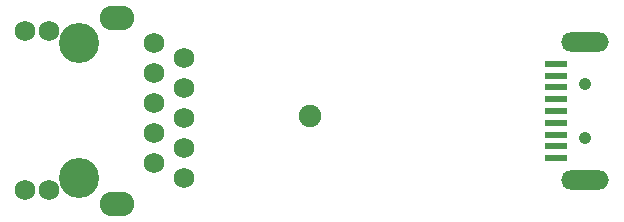
<source format=gbr>
%TF.GenerationSoftware,KiCad,Pcbnew,7.0.9-7.0.9~ubuntu22.04.1*%
%TF.CreationDate,2024-01-19T15:32:03+02:00*%
%TF.ProjectId,USB-GIGABIT_Rev_D,5553422d-4749-4474-9142-49545f526576,rev?*%
%TF.SameCoordinates,PX3473bc0PY4bd12e0*%
%TF.FileFunction,Soldermask,Bot*%
%TF.FilePolarity,Negative*%
%FSLAX46Y46*%
G04 Gerber Fmt 4.6, Leading zero omitted, Abs format (unit mm)*
G04 Created by KiCad (PCBNEW 7.0.9-7.0.9~ubuntu22.04.1) date 2024-01-19 15:32:03*
%MOMM*%
%LPD*%
G01*
G04 APERTURE LIST*
G04 Aperture macros list*
%AMRoundRect*
0 Rectangle with rounded corners*
0 $1 Rounding radius*
0 $2 $3 $4 $5 $6 $7 $8 $9 X,Y pos of 4 corners*
0 Add a 4 corners polygon primitive as box body*
4,1,4,$2,$3,$4,$5,$6,$7,$8,$9,$2,$3,0*
0 Add four circle primitives for the rounded corners*
1,1,$1+$1,$2,$3*
1,1,$1+$1,$4,$5*
1,1,$1+$1,$6,$7*
1,1,$1+$1,$8,$9*
0 Add four rect primitives between the rounded corners*
20,1,$1+$1,$2,$3,$4,$5,0*
20,1,$1+$1,$4,$5,$6,$7,0*
20,1,$1+$1,$6,$7,$8,$9,0*
20,1,$1+$1,$8,$9,$2,$3,0*%
G04 Aperture macros list end*
%ADD10RoundRect,0.020000X-0.900000X0.250000X-0.900000X-0.250000X0.900000X-0.250000X0.900000X0.250000X0*%
%ADD11O,4.040000X1.640000*%
%ADD12C,1.040000*%
%ADD13C,3.401600*%
%ADD14C,1.751600*%
%ADD15O,2.901600X2.101600*%
%ADD16C,1.901600*%
G04 APERTURE END LIST*
D10*
X46700000Y5500000D03*
X46700000Y7500000D03*
X46700000Y9500000D03*
X46700000Y11500000D03*
X46700000Y13500000D03*
X46700000Y12500000D03*
X46700000Y10500000D03*
X46700000Y8500000D03*
X46700000Y6500000D03*
D11*
X49200000Y3650000D03*
X49200000Y15350000D03*
D12*
X49200000Y7250000D03*
X49200000Y11750000D03*
D13*
X6341500Y15215000D03*
X6341500Y3785000D03*
D14*
X12691500Y15215000D03*
X15231500Y13945000D03*
X12691500Y12675000D03*
X15231500Y11405000D03*
X12691500Y10135000D03*
X15231500Y8865000D03*
X12691500Y7595000D03*
X15231500Y6325000D03*
X12691500Y5055000D03*
X15231500Y3785000D03*
X3801500Y16231000D03*
X1769500Y16231000D03*
X3801500Y2769000D03*
X1769500Y2769000D03*
D15*
X9541500Y17400000D03*
X9541500Y1600000D03*
D16*
X25865988Y9094500D03*
M02*

</source>
